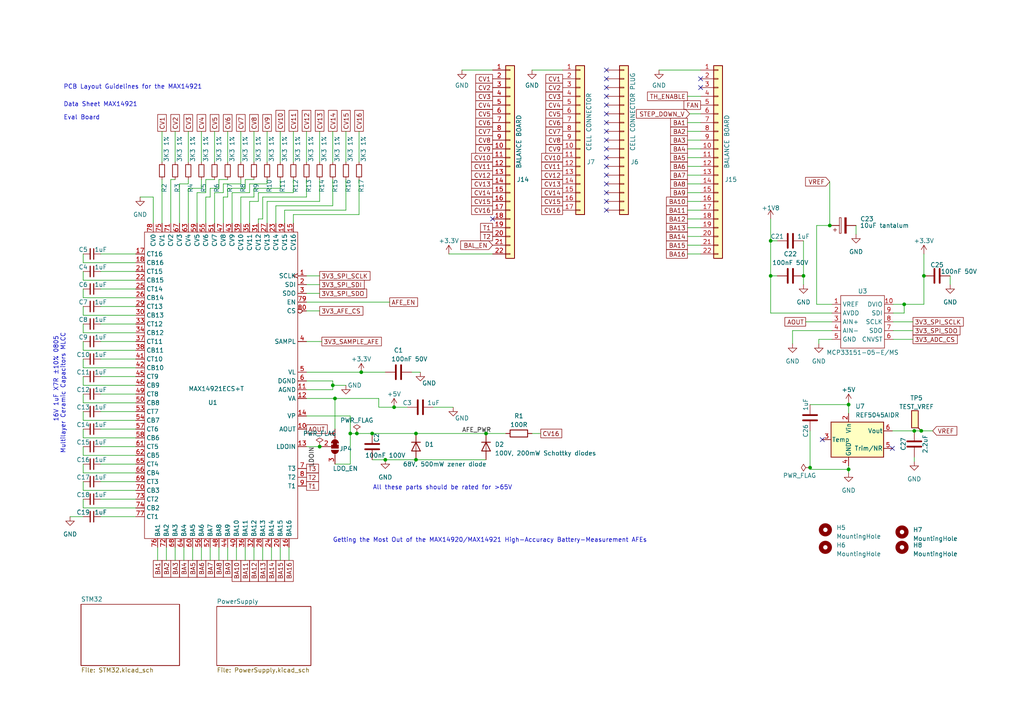
<source format=kicad_sch>
(kicad_sch (version 20230121) (generator eeschema)
  (paper "A4")
  (junction (at 104.775 107.95))
  (junction (at 223.52 69.85))
  (junction (at 120.65 133.35))
  (junction (at 240.665 65.405))
  (junction (at 92.71 129.54))
  (junction (at 97.155 115.57))
  (junction (at 267.208 124.968))
  (junction (at 103.505 125.73))
  (junction (at 140.97 125.73))
  (junction (at 267.97 80.01))
  (junction (at 107.95 125.73))
  (junction (at 111.76 133.35))
  (junction (at 246.126 136.144))
  (junction (at 246.126 117.348))
  (junction (at 265.176 124.968))
  (junction (at 234.95 135.636))
  (junction (at 233.045 80.01))
  (junction (at 101.6 125.73))
  (junction (at 262.255 88.265))
  (junction (at 114.3 118.11))
  (junction (at 223.52 80.01))
  (junction (at 120.65 125.73))
  (junction (at 96.52 111.76))
  (no_connect (at 175.895 30.48))
  (no_connect (at 203.2 25.4))
  (no_connect (at 175.895 33.02))
  (no_connect (at 175.895 50.8))
  (no_connect (at 175.895 40.64))
  (no_connect (at 175.895 53.34))
  (no_connect (at 175.895 35.56))
  (no_connect (at 258.826 130.048))
  (no_connect (at 175.895 55.88))
  (no_connect (at 175.895 58.42))
  (no_connect (at 175.895 27.94))
  (no_connect (at 175.895 20.32))
  (no_connect (at 175.895 60.96))
  (no_connect (at 175.895 25.4))
  (no_connect (at 238.506 127.508))
  (no_connect (at 175.895 22.86))
  (no_connect (at 142.875 63.5))
  (no_connect (at 203.2 22.86))
  (no_connect (at 175.895 48.26))
  (no_connect (at 175.895 45.72))
  (no_connect (at 175.895 38.1))
  (no_connect (at 175.895 43.18))
  (wire (pts (xy 223.52 90.805) (xy 241.3 90.805)))
  (wire (pts (xy 88.9 107.95) (xy 104.775 107.95)))
  (wire (pts (xy 76.2 158.75) (xy 76.2 162.56)))
  (wire (pts (xy 48.26 158.75) (xy 48.26 162.56)))
  (wire (pts (xy 24.13 144.78) (xy 24.13 147.32)))
  (wire (pts (xy 265.176 132.588) (xy 265.176 133.858)))
  (wire (pts (xy 267.97 73.66) (xy 267.97 80.01)))
  (wire (pts (xy 29.21 73.66) (xy 39.37 73.66)))
  (wire (pts (xy 203.2 40.64) (xy 199.39 40.64)))
  (wire (pts (xy 29.21 93.98) (xy 39.37 93.98)))
  (wire (pts (xy 64.77 57.15) (xy 66.04 57.15)))
  (wire (pts (xy 66.04 54.61) (xy 71.12 54.61)))
  (wire (pts (xy 200.025 33.02) (xy 203.2 33.02)))
  (wire (pts (xy 203.2 73.66) (xy 199.39 73.66)))
  (wire (pts (xy 74.93 64.77) (xy 74.93 63.5)))
  (wire (pts (xy 241.3 98.425) (xy 237.49 98.425)))
  (wire (pts (xy 203.2 55.88) (xy 199.39 55.88)))
  (wire (pts (xy 24.13 114.3) (xy 24.13 116.84)))
  (wire (pts (xy 259.08 93.345) (xy 264.795 93.345)))
  (wire (pts (xy 203.2 63.5) (xy 199.39 63.5)))
  (wire (pts (xy 77.47 58.42) (xy 77.47 64.77)))
  (wire (pts (xy 237.49 98.425) (xy 237.49 99.695)))
  (wire (pts (xy 24.13 106.68) (xy 39.37 106.68)))
  (wire (pts (xy 29.21 139.7) (xy 39.37 139.7)))
  (wire (pts (xy 262.255 88.265) (xy 267.97 88.265)))
  (wire (pts (xy 234.95 135.636) (xy 234.95 124.968)))
  (wire (pts (xy 100.33 52.07) (xy 100.33 60.96)))
  (wire (pts (xy 154.305 125.73) (xy 156.845 125.73)))
  (wire (pts (xy 88.9 82.55) (xy 92.71 82.55)))
  (wire (pts (xy 24.13 99.06) (xy 24.13 101.6)))
  (wire (pts (xy 24.13 76.2) (xy 24.13 73.66)))
  (wire (pts (xy 83.82 158.75) (xy 83.82 162.56)))
  (wire (pts (xy 64.77 55.88) (xy 64.77 53.34)))
  (wire (pts (xy 49.53 52.07) (xy 50.8 52.07)))
  (wire (pts (xy 73.66 54.61) (xy 81.28 54.61)))
  (wire (pts (xy 74.93 63.5) (xy 76.2 63.5)))
  (wire (pts (xy 140.97 125.73) (xy 146.685 125.73)))
  (wire (pts (xy 246.126 116.84) (xy 246.126 117.348)))
  (wire (pts (xy 76.2 57.15) (xy 76.2 63.5)))
  (wire (pts (xy 246.126 136.144) (xy 246.126 137.16)))
  (wire (pts (xy 203.2 43.18) (xy 199.39 43.18)))
  (wire (pts (xy 66.04 158.75) (xy 66.04 162.56)))
  (wire (pts (xy 203.2 38.1) (xy 199.39 38.1)))
  (wire (pts (xy 80.01 59.69) (xy 96.52 59.69)))
  (wire (pts (xy 246.126 117.348) (xy 246.126 119.888)))
  (wire (pts (xy 24.13 96.52) (xy 24.13 93.98)))
  (wire (pts (xy 29.21 78.74) (xy 39.37 78.74)))
  (wire (pts (xy 133.985 20.32) (xy 142.875 20.32)))
  (wire (pts (xy 60.96 57.15) (xy 59.69 57.15)))
  (wire (pts (xy 20.32 149.86) (xy 24.13 149.86)))
  (wire (pts (xy 54.61 38.1) (xy 54.61 46.99)))
  (wire (pts (xy 88.9 80.01) (xy 92.71 80.01)))
  (wire (pts (xy 203.2 45.72) (xy 199.39 45.72)))
  (wire (pts (xy 64.77 57.15) (xy 64.77 64.77)))
  (wire (pts (xy 85.09 64.77) (xy 85.09 62.23)))
  (wire (pts (xy 114.3 118.11) (xy 118.11 118.11)))
  (wire (pts (xy 24.13 124.46) (xy 24.13 127)))
  (wire (pts (xy 236.855 88.265) (xy 236.855 65.405)))
  (wire (pts (xy 24.13 119.38) (xy 24.13 121.92)))
  (wire (pts (xy 64.77 53.34) (xy 69.85 53.34)))
  (wire (pts (xy 275.59 80.01) (xy 275.59 82.55)))
  (wire (pts (xy 57.15 55.88) (xy 57.15 64.77)))
  (wire (pts (xy 88.9 129.54) (xy 92.71 129.54)))
  (wire (pts (xy 29.21 88.9) (xy 39.37 88.9)))
  (wire (pts (xy 203.2 50.8) (xy 199.39 50.8)))
  (wire (pts (xy 74.93 55.88) (xy 85.09 55.88)))
  (wire (pts (xy 120.65 133.35) (xy 140.97 133.35)))
  (wire (pts (xy 73.66 57.15) (xy 73.66 54.61)))
  (wire (pts (xy 62.23 55.88) (xy 64.77 55.88)))
  (wire (pts (xy 203.2 58.42) (xy 199.39 58.42)))
  (wire (pts (xy 88.9 110.49) (xy 96.52 110.49)))
  (wire (pts (xy 72.39 58.42) (xy 72.39 64.77)))
  (wire (pts (xy 199.39 27.94) (xy 203.2 27.94)))
  (wire (pts (xy 107.95 133.35) (xy 111.76 133.35)))
  (wire (pts (xy 45.72 158.75) (xy 45.72 162.56)))
  (wire (pts (xy 267.208 124.968) (xy 270.51 124.968)))
  (wire (pts (xy 24.13 101.6) (xy 39.37 101.6)))
  (wire (pts (xy 50.8 38.1) (xy 50.8 46.99)))
  (wire (pts (xy 29.21 109.22) (xy 39.37 109.22)))
  (wire (pts (xy 203.2 66.04) (xy 199.39 66.04)))
  (wire (pts (xy 130.175 73.66) (xy 142.875 73.66)))
  (wire (pts (xy 100.33 60.96) (xy 82.55 60.96)))
  (wire (pts (xy 63.5 158.75) (xy 63.5 162.56)))
  (wire (pts (xy 78.74 158.75) (xy 78.74 162.56)))
  (wire (pts (xy 246.126 135.128) (xy 246.126 136.144)))
  (wire (pts (xy 62.23 55.88) (xy 62.23 64.77)))
  (wire (pts (xy 248.285 65.405) (xy 248.285 67.945)))
  (wire (pts (xy 63.5 54.61) (xy 60.96 54.61)))
  (wire (pts (xy 88.9 115.57) (xy 97.155 115.57)))
  (wire (pts (xy 24.13 134.62) (xy 24.13 137.16)))
  (wire (pts (xy 223.52 69.85) (xy 223.52 80.01)))
  (wire (pts (xy 46.99 38.1) (xy 46.99 46.99)))
  (wire (pts (xy 233.045 80.01) (xy 233.045 82.55)))
  (wire (pts (xy 71.12 54.61) (xy 71.12 52.07)))
  (wire (pts (xy 24.13 137.16) (xy 39.37 137.16)))
  (wire (pts (xy 50.8 158.75) (xy 50.8 162.56)))
  (wire (pts (xy 265.176 124.968) (xy 267.208 124.968)))
  (wire (pts (xy 119.38 107.95) (xy 121.92 107.95)))
  (wire (pts (xy 71.12 158.75) (xy 71.12 162.56)))
  (wire (pts (xy 80.01 64.77) (xy 80.01 59.69)))
  (wire (pts (xy 77.47 58.42) (xy 92.71 58.42)))
  (wire (pts (xy 73.66 158.75) (xy 73.66 162.56)))
  (wire (pts (xy 246.126 136.144) (xy 234.95 136.144)))
  (wire (pts (xy 203.2 53.34) (xy 199.39 53.34)))
  (wire (pts (xy 24.13 121.92) (xy 39.37 121.92)))
  (wire (pts (xy 29.21 134.62) (xy 39.37 134.62)))
  (wire (pts (xy 55.88 158.75) (xy 55.88 162.56)))
  (wire (pts (xy 262.255 88.265) (xy 262.255 90.805)))
  (wire (pts (xy 259.08 88.265) (xy 262.255 88.265)))
  (wire (pts (xy 259.08 95.885) (xy 264.795 95.885)))
  (wire (pts (xy 24.13 109.22) (xy 24.13 111.76)))
  (wire (pts (xy 54.61 54.61) (xy 58.42 54.61)))
  (wire (pts (xy 229.87 95.885) (xy 229.87 99.695)))
  (wire (pts (xy 59.69 52.07) (xy 62.23 52.07)))
  (wire (pts (xy 85.09 62.23) (xy 104.14 62.23)))
  (wire (pts (xy 29.21 124.46) (xy 39.37 124.46)))
  (wire (pts (xy 96.52 111.76) (xy 100.33 111.76)))
  (wire (pts (xy 46.99 52.07) (xy 46.99 64.77)))
  (wire (pts (xy 29.21 129.54) (xy 39.37 129.54)))
  (wire (pts (xy 29.21 83.82) (xy 39.37 83.82)))
  (wire (pts (xy 24.13 81.28) (xy 39.37 81.28)))
  (wire (pts (xy 88.9 38.1) (xy 88.9 46.99)))
  (wire (pts (xy 24.13 129.54) (xy 24.13 132.08)))
  (wire (pts (xy 81.28 158.75) (xy 81.28 162.56)))
  (wire (pts (xy 77.47 38.1) (xy 77.47 46.99)))
  (wire (pts (xy 107.95 125.73) (xy 120.65 125.73)))
  (wire (pts (xy 77.47 53.34) (xy 77.47 52.07)))
  (wire (pts (xy 24.13 78.74) (xy 24.13 81.28)))
  (wire (pts (xy 69.85 57.15) (xy 69.85 64.77)))
  (wire (pts (xy 88.9 85.09) (xy 92.71 85.09)))
  (wire (pts (xy 233.68 93.345) (xy 241.3 93.345)))
  (wire (pts (xy 203.2 68.58) (xy 199.39 68.58)))
  (wire (pts (xy 62.23 38.1) (xy 62.23 46.99)))
  (wire (pts (xy 60.96 158.75) (xy 60.96 162.56)))
  (wire (pts (xy 52.07 53.34) (xy 52.07 64.77)))
  (wire (pts (xy 203.2 48.26) (xy 199.39 48.26)))
  (wire (pts (xy 24.13 142.24) (xy 39.37 142.24)))
  (wire (pts (xy 29.21 99.06) (xy 39.37 99.06)))
  (wire (pts (xy 54.61 53.34) (xy 54.61 52.07)))
  (wire (pts (xy 81.28 54.61) (xy 81.28 52.07)))
  (wire (pts (xy 88.9 57.15) (xy 88.9 52.07)))
  (wire (pts (xy 40.64 57.15) (xy 44.45 57.15)))
  (wire (pts (xy 101.6 125.73) (xy 101.6 120.65)))
  (wire (pts (xy 60.96 54.61) (xy 60.96 57.15)))
  (wire (pts (xy 96.52 52.07) (xy 96.52 59.69)))
  (wire (pts (xy 88.9 113.03) (xy 96.52 113.03)))
  (wire (pts (xy 72.39 55.88) (xy 72.39 53.34)))
  (wire (pts (xy 234.95 117.348) (xy 246.126 117.348)))
  (wire (pts (xy 81.28 38.1) (xy 81.28 46.99)))
  (wire (pts (xy 68.58 158.75) (xy 68.58 162.56)))
  (wire (pts (xy 101.6 120.65) (xy 88.9 120.65)))
  (wire (pts (xy 39.37 76.2) (xy 24.13 76.2)))
  (wire (pts (xy 24.13 147.32) (xy 39.37 147.32)))
  (wire (pts (xy 67.31 55.88) (xy 72.39 55.88)))
  (wire (pts (xy 59.69 55.88) (xy 59.69 52.07)))
  (wire (pts (xy 104.14 38.1) (xy 104.14 46.99)))
  (wire (pts (xy 24.13 111.76) (xy 39.37 111.76)))
  (wire (pts (xy 76.2 57.15) (xy 88.9 57.15)))
  (wire (pts (xy 58.42 38.1) (xy 58.42 46.99)))
  (wire (pts (xy 191.135 20.32) (xy 203.2 20.32)))
  (wire (pts (xy 103.505 125.73) (xy 107.95 125.73)))
  (wire (pts (xy 234.95 136.144) (xy 234.95 135.636)))
  (wire (pts (xy 92.71 38.1) (xy 92.71 46.99)))
  (wire (pts (xy 29.21 119.38) (xy 39.37 119.38)))
  (wire (pts (xy 69.85 38.1) (xy 69.85 46.99)))
  (wire (pts (xy 104.775 107.95) (xy 111.76 107.95)))
  (wire (pts (xy 241.3 88.265) (xy 236.855 88.265)))
  (wire (pts (xy 24.13 83.82) (xy 24.13 86.36)))
  (wire (pts (xy 258.826 124.968) (xy 265.176 124.968)))
  (wire (pts (xy 66.04 52.07) (xy 63.5 52.07)))
  (wire (pts (xy 223.52 63.5) (xy 223.52 69.85)))
  (wire (pts (xy 101.6 125.73) (xy 103.505 125.73)))
  (wire (pts (xy 24.13 104.14) (xy 24.13 106.68)))
  (wire (pts (xy 96.52 113.03) (xy 96.52 111.76)))
  (wire (pts (xy 236.855 65.405) (xy 240.665 65.405)))
  (wire (pts (xy 24.13 91.44) (xy 39.37 91.44)))
  (wire (pts (xy 233.045 69.85) (xy 233.045 80.01)))
  (wire (pts (xy 125.73 118.11) (xy 131.445 118.11)))
  (wire (pts (xy 120.65 125.73) (xy 140.97 125.73)))
  (wire (pts (xy 92.71 129.54) (xy 93.345 129.54)))
  (wire (pts (xy 223.52 80.01) (xy 225.425 80.01)))
  (wire (pts (xy 267.97 80.01) (xy 267.97 88.265)))
  (wire (pts (xy 88.9 90.17) (xy 92.71 90.17)))
  (wire (pts (xy 71.12 52.07) (xy 73.66 52.07)))
  (wire (pts (xy 69.85 53.34) (xy 69.85 52.07)))
  (wire (pts (xy 73.66 38.1) (xy 73.66 46.99)))
  (wire (pts (xy 58.42 54.61) (xy 58.42 52.07)))
  (wire (pts (xy 259.08 98.425) (xy 264.795 98.425)))
  (wire (pts (xy 101.6 134.62) (xy 101.6 125.73)))
  (wire (pts (xy 72.39 58.42) (xy 74.93 58.42)))
  (wire (pts (xy 66.04 57.15) (xy 66.04 54.61)))
  (wire (pts (xy 29.21 144.78) (xy 39.37 144.78)))
  (wire (pts (xy 109.855 118.11) (xy 114.3 118.11)))
  (wire (pts (xy 59.69 57.15) (xy 59.69 64.77)))
  (wire (pts (xy 57.15 55.88) (xy 59.69 55.88)))
  (wire (pts (xy 82.55 60.96) (xy 82.55 64.77)))
  (wire (pts (xy 223.52 80.01) (xy 223.52 90.805)))
  (wire (pts (xy 66.04 38.1) (xy 66.04 46.99)))
  (wire (pts (xy 29.21 104.14) (xy 39.37 104.14)))
  (wire (pts (xy 63.5 52.07) (xy 63.5 54.61)))
  (wire (pts (xy 259.08 90.805) (xy 262.255 90.805)))
  (wire (pts (xy 24.13 127) (xy 39.37 127)))
  (wire (pts (xy 54.61 54.61) (xy 54.61 64.77)))
  (wire (pts (xy 58.42 158.75) (xy 58.42 162.56)))
  (wire (pts (xy 104.14 52.07) (xy 104.14 62.23)))
  (wire (pts (xy 69.85 57.15) (xy 73.66 57.15)))
  (wire (pts (xy 203.2 35.56) (xy 199.39 35.56)))
  (wire (pts (xy 72.39 53.34) (xy 77.47 53.34)))
  (wire (pts (xy 53.34 158.75) (xy 53.34 162.56)))
  (wire (pts (xy 154.305 20.32) (xy 163.195 20.32)))
  (wire (pts (xy 97.155 134.62) (xy 101.6 134.62)))
  (wire (pts (xy 240.665 52.705) (xy 240.665 65.405)))
  (wire (pts (xy 24.13 116.84) (xy 39.37 116.84)))
  (wire (pts (xy 49.53 52.07) (xy 49.53 64.77)))
  (wire (pts (xy 223.52 69.85) (xy 225.425 69.85)))
  (wire (pts (xy 85.09 55.88) (xy 85.09 52.07)))
  (wire (pts (xy 24.13 132.08) (xy 39.37 132.08)))
  (wire (pts (xy 109.855 115.57) (xy 109.855 118.11)))
  (wire (pts (xy 67.31 55.88) (xy 67.31 64.77)))
  (wire (pts (xy 29.21 114.3) (xy 39.37 114.3)))
  (wire (pts (xy 96.52 38.1) (xy 96.52 46.99)))
  (wire (pts (xy 203.2 71.12) (xy 199.39 71.12)))
  (wire (pts (xy 97.155 115.57) (xy 97.155 124.46)))
  (wire (pts (xy 39.37 96.52) (xy 24.13 96.52)))
  (wire (pts (xy 97.155 115.57) (xy 109.855 115.57)))
  (wire (pts (xy 85.09 38.1) (xy 85.09 46.99)))
  (wire (pts (xy 24.13 86.36) (xy 39.37 86.36)))
  (wire (pts (xy 241.3 95.885) (xy 229.87 95.885)))
  (wire (pts (xy 111.76 133.35) (xy 120.65 133.35)))
  (wire (pts (xy 52.07 53.34) (xy 54.61 53.34)))
  (wire (pts (xy 100.33 38.1) (xy 100.33 46.99)))
  (wire (pts (xy 88.9 99.06) (xy 93.345 99.06)))
  (wire (pts (xy 29.21 149.86) (xy 39.37 149.86)))
  (wire (pts (xy 92.71 58.42) (xy 92.71 52.07)))
  (wire (pts (xy 96.52 111.76) (xy 96.52 110.49)))
  (wire (pts (xy 88.9 87.63) (xy 113.03 87.63)))
  (wire (pts (xy 24.13 88.9) (xy 24.13 91.44)))
  (wire (pts (xy 203.2 60.96) (xy 199.39 60.96)))
  (wire (pts (xy 24.13 139.7) (xy 24.13 142.24)))
  (wire (pts (xy 74.93 58.42) (xy 74.93 55.88)))
  (wire (pts (xy 44.45 57.15) (xy 44.45 64.77)))
  (text "All these parts should be rated for >65V" (at 148.59 142.24 0) (effects (font (size 1.27 1.27)) (justify right bottom)))
  (text "Getting the Most Out of the MAX14920/MAX14921 High-Accuracy Battery-Measurement AFEs" (at 96.52 157.48 0) (effects (font (size 1.27 1.27)) (justify left bottom)))
  (text "Eval Board" (at 18.415 34.925 0) (effects (font (size 1.27 1.27)) (justify left bottom)))
  (text "16V 1uF X7R ±10% 0805 \nMultilayer Ceramic Capacitors MLCC\n" (at 19.05 96.52 90) (effects (font (size 1.27 1.27)) (justify right bottom)))
  (text "Data Sheet MAX14921" (at 18.415 31.115 0) (effects (font (size 1.27 1.27)) (justify left bottom)))
  (text "PCB Layout Guidelines for the MAX14921" (at 18.415 26.035 0) (effects (font (size 1.27 1.27)) (justify left bottom)))
  (label "AFE_PWR" (at 133.985 125.73 0))
  (label "LDOIN" (at 91.44 129.54 270))
  (global_label "3V3_SPI_SDI" (shape passive) (at 92.71 82.55 0) (property "Intersheetrefs" "${INTERSHEET_REFS}" (effects hide)))
  (global_label "BA13" (shape passive) (at 199.39 66.04 180) (property "Intersheetrefs" "${INTERSHEET_REFS}" (effects hide)))
  (global_label "CV1" (shape passive) (at 46.99 38.1 90) (property "Intersheetrefs" "${INTERSHEET_REFS}" (effects hide)))
  (global_label "BA13" (shape passive) (at 76.2 162.56 270) (property "Intersheetrefs" "${INTERSHEET_REFS}" (effects hide)))
  (global_label "BA10" (shape passive) (at 68.58 162.56 270) (property "Intersheetrefs" "${INTERSHEET_REFS}" (effects hide)))
  (global_label "CV5" (shape passive) (at 62.23 38.1 90) (property "Intersheetrefs" "${INTERSHEET_REFS}" (effects hide)))
  (global_label "T2" (shape passive) (at 142.875 68.58 180) (property "Intersheetrefs" "${INTERSHEET_REFS}" (effects hide)))
  (global_label "CV4" (shape passive) (at 163.195 30.48 180) (property "Intersheetrefs" "${INTERSHEET_REFS}" (effects hide)))
  (global_label "3V3_SPI_SCLK" (shape passive) (at 264.795 93.345 0) (property "Intersheetrefs" "${INTERSHEET_REFS}" (effects hide)))
  (global_label "BA8" (shape passive) (at 63.5 162.56 270) (property "Intersheetrefs" "${INTERSHEET_REFS}" (effects hide)))
  (global_label "CV2" (shape passive) (at 142.875 25.4 180) (property "Intersheetrefs" "${INTERSHEET_REFS}" (effects hide)))
  (global_label "CV7" (shape passive) (at 69.85 38.1 90) (property "Intersheetrefs" "${INTERSHEET_REFS}" (effects hide)))
  (global_label "CV11" (shape passive) (at 142.875 48.26 180) (property "Intersheetrefs" "${INTERSHEET_REFS}" (effects hide)))
  (global_label "BA9" (shape passive) (at 66.04 162.56 270) (property "Intersheetrefs" "${INTERSHEET_REFS}" (effects hide)))
  (global_label "CV2" (shape passive) (at 163.195 25.4 180) (property "Intersheetrefs" "${INTERSHEET_REFS}" (effects hide)))
  (global_label "BA14" (shape passive) (at 199.39 68.58 180) (property "Intersheetrefs" "${INTERSHEET_REFS}" (effects hide)))
  (global_label "BA15" (shape passive) (at 81.28 162.56 270) (property "Intersheetrefs" "${INTERSHEET_REFS}" (effects hide)))
  (global_label "CV9" (shape passive) (at 77.47 38.1 90) (property "Intersheetrefs" "${INTERSHEET_REFS}" (effects hide)))
  (global_label "CV15" (shape passive) (at 163.195 58.42 180) (property "Intersheetrefs" "${INTERSHEET_REFS}" (effects hide)))
  (global_label "TH_ENABLE" (shape passive) (at 199.39 27.94 180) (property "Intersheetrefs" "${INTERSHEET_REFS}" (effects hide)))
  (global_label "CV7" (shape passive) (at 142.875 38.1 180) (property "Intersheetrefs" "${INTERSHEET_REFS}" (effects hide)))
  (global_label "CV10" (shape passive) (at 81.28 38.1 90) (property "Intersheetrefs" "${INTERSHEET_REFS}" (effects hide)))
  (global_label "BA12" (shape passive) (at 73.66 162.56 270) (property "Intersheetrefs" "${INTERSHEET_REFS}" (effects hide)))
  (global_label "AFE_EN" (shape passive) (at 113.03 87.63 0) (property "Intersheetrefs" "${INTERSHEET_REFS}" (effects hide)))
  (global_label "T1" (shape passive) (at 88.9 140.97 0) (property "Intersheetrefs" "${INTERSHEET_REFS}" (effects hide)))
  (global_label "CV12" (shape passive) (at 163.195 50.8 180) (property "Intersheetrefs" "${INTERSHEET_REFS}" (effects hide)))
  (global_label "BA1" (shape passive) (at 45.72 162.56 270) (property "Intersheetrefs" "${INTERSHEET_REFS}" (effects hide)))
  (global_label "CV10" (shape passive) (at 163.195 45.72 180) (property "Intersheetrefs" "${INTERSHEET_REFS}" (effects hide)))
  (global_label "3V3_AFE_CS" (shape passive) (at 92.71 90.17 0) (property "Intersheetrefs" "${INTERSHEET_REFS}" (effects hide)))
  (global_label "CV5" (shape passive) (at 142.875 33.02 180) (property "Intersheetrefs" "${INTERSHEET_REFS}" (effects hide)))
  (global_label "VREF" (shape input) (at 270.51 124.968 0) (property "Intersheetrefs" "${INTERSHEET_REFS}" (effects hide)))
  (global_label "CV6" (shape passive) (at 142.875 35.56 180) (property "Intersheetrefs" "${INTERSHEET_REFS}" (effects hide)))
  (global_label "CV3" (shape passive) (at 163.195 27.94 180) (property "Intersheetrefs" "${INTERSHEET_REFS}" (effects hide)))
  (global_label "CV6" (shape passive) (at 163.195 35.56 180) (property "Intersheetrefs" "${INTERSHEET_REFS}" (effects hide)))
  (global_label "BA16" (shape passive) (at 83.82 162.56 270) (property "Intersheetrefs" "${INTERSHEET_REFS}" (effects hide)))
  (global_label "CV11" (shape passive) (at 163.195 48.26 180) (property "Intersheetrefs" "${INTERSHEET_REFS}" (effects hide)))
  (global_label "BA9" (shape passive) (at 199.39 55.88 180) (property "Intersheetrefs" "${INTERSHEET_REFS}" (effects hide)))
  (global_label "BA12" (shape passive) (at 199.39 63.5 180) (property "Intersheetrefs" "${INTERSHEET_REFS}" (effects hide)))
  (global_label "BA5" (shape passive) (at 55.88 162.56 270) (property "Intersheetrefs" "${INTERSHEET_REFS}" (effects hide)))
  (global_label "T3" (shape passive) (at 88.9 135.89 0) (property "Intersheetrefs" "${INTERSHEET_REFS}" (effects hide)))
  (global_label "CV13" (shape passive) (at 163.195 53.34 180) (property "Intersheetrefs" "${INTERSHEET_REFS}" (effects hide)))
  (global_label "CV16" (shape passive) (at 163.195 60.96 180) (property "Intersheetrefs" "${INTERSHEET_REFS}" (effects hide)))
  (global_label "CV4" (shape passive) (at 58.42 38.1 90) (property "Intersheetrefs" "${INTERSHEET_REFS}" (effects hide)))
  (global_label "BA4" (shape passive) (at 53.34 162.56 270) (property "Intersheetrefs" "${INTERSHEET_REFS}" (effects hide)))
  (global_label "CV16" (shape passive) (at 104.14 38.1 90) (property "Intersheetrefs" "${INTERSHEET_REFS}" (effects hide)))
  (global_label "3V3_SPI_SDO" (shape passive) (at 264.795 95.885 0) (property "Intersheetrefs" "${INTERSHEET_REFS}" (effects hide)))
  (global_label "CV8" (shape passive) (at 163.195 40.64 180) (property "Intersheetrefs" "${INTERSHEET_REFS}" (effects hide)))
  (global_label "STEP_DOWN_V" (shape input) (at 200.025 33.02 180) (property "Intersheetrefs" "${INTERSHEET_REFS}" (effects hide)))
  (global_label "CV13" (shape passive) (at 142.875 53.34 180) (property "Intersheetrefs" "${INTERSHEET_REFS}" (effects hide)))
  (global_label "BA6" (shape passive) (at 199.39 48.26 180) (property "Intersheetrefs" "${INTERSHEET_REFS}" (effects hide)))
  (global_label "AOUT" (shape passive) (at 88.9 124.46 0) (property "Intersheetrefs" "${INTERSHEET_REFS}" (effects hide)))
  (global_label "CV1" (shape passive) (at 163.195 22.86 180) (property "Intersheetrefs" "${INTERSHEET_REFS}" (effects hide)))
  (global_label "3V3_SAMPLE_AFE" (shape passive) (at 93.345 99.06 0) (property "Intersheetrefs" "${INTERSHEET_REFS}" (effects hide)))
  (global_label "CV15" (shape passive) (at 100.33 38.1 90) (property "Intersheetrefs" "${INTERSHEET_REFS}" (effects hide)))
  (global_label "BA7" (shape passive) (at 199.39 50.8 180) (property "Intersheetrefs" "${INTERSHEET_REFS}" (effects hide)))
  (global_label "CV4" (shape passive) (at 142.875 30.48 180) (property "Intersheetrefs" "${INTERSHEET_REFS}" (effects hide)))
  (global_label "CV3" (shape passive) (at 142.875 27.94 180) (property "Intersheetrefs" "${INTERSHEET_REFS}" (effects hide)))
  (global_label "CV12" (shape passive) (at 88.9 38.1 90) (property "Intersheetrefs" "${INTERSHEET_REFS}" (effects hide)))
  (global_label "BA15" (shape passive) (at 199.39 71.12 180) (property "Intersheetrefs" "${INTERSHEET_REFS}" (effects hide)))
  (global_label "CV2" (shape passive) (at 50.8 38.1 90) (property "Intersheetrefs" "${INTERSHEET_REFS}" (effects hide)))
  (global_label "BA14" (shape passive) (at 78.74 162.56 270) (property "Intersheetrefs" "${INTERSHEET_REFS}" (effects hide)))
  (global_label "BA3" (shape passive) (at 199.39 40.64 180) (property "Intersheetrefs" "${INTERSHEET_REFS}" (effects hide)))
  (global_label "CV12" (shape passive) (at 142.875 50.8 180) (property "Intersheetrefs" "${INTERSHEET_REFS}" (effects hide)))
  (global_label "VREF" (shape input) (at 240.665 52.705 180) (property "Intersheetrefs" "${INTERSHEET_REFS}" (effects hide)))
  (global_label "BA11" (shape passive) (at 71.12 162.56 270) (property "Intersheetrefs" "${INTERSHEET_REFS}" (effects hide)))
  (global_label "T1" (shape passive) (at 142.875 66.04 180) (property "Intersheetrefs" "${INTERSHEET_REFS}" (effects hide)))
  (global_label "BA7" (shape passive) (at 60.96 162.56 270) (property "Intersheetrefs" "${INTERSHEET_REFS}" (effects hide)))
  (global_label "3V3_SPI_SCLK" (shape passive) (at 92.71 80.01 0) (property "Intersheetrefs" "${INTERSHEET_REFS}" (effects hide)))
  (global_label "BA4" (shape passive) (at 199.39 43.18 180) (property "Intersheetrefs" "${INTERSHEET_REFS}" (effects hide)))
  (global_label "CV8" (shape passive) (at 142.875 40.64 180) (property "Intersheetrefs" "${INTERSHEET_REFS}" (effects hide)))
  (global_label "CV9" (shape passive) (at 142.875 43.18 180) (property "Intersheetrefs" "${INTERSHEET_REFS}" (effects hide)))
  (global_label "BAL_EN" (shape input) (at 142.875 71.12 180) (property "Intersheetrefs" "${INTERSHEET_REFS}" (effects hide)))
  (global_label "CV16" (shape passive) (at 142.875 60.96 180) (property "Intersheetrefs" "${INTERSHEET_REFS}" (effects hide)))
  (global_label "CV5" (shape passive) (at 163.195 33.02 180) (property "Intersheetrefs" "${INTERSHEET_REFS}" (effects hide)))
  (global_label "CV9" (shape passive) (at 163.195 43.18 180) (property "Intersheetrefs" "${INTERSHEET_REFS}" (effects hide)))
  (global_label "CV14" (shape passive) (at 163.195 55.88 180) (property "Intersheetrefs" "${INTERSHEET_REFS}" (effects hide)))
  (global_label "T2" (shape passive) (at 88.9 138.43 0) (property "Intersheetrefs" "${INTERSHEET_REFS}" (effects hide)))
  (global_label "BA8" (shape passive) (at 199.39 53.34 180) (property "Intersheetrefs" "${INTERSHEET_REFS}" (effects hide)))
  (global_label "CV14" (shape passive) (at 96.52 38.1 90) (property "Intersheetrefs" "${INTERSHEET_REFS}" (effects hide)))
  (global_label "BA5" (shape passive) (at 199.39 45.72 180) (property "Intersheetrefs" "${INTERSHEET_REFS}" (effects hide)))
  (global_label "3V3_SPI_SDO" (shape passive) (at 92.71 85.09 0) (property "Intersheetrefs" "${INTERSHEET_REFS}" (effects hide)))
  (global_label "CV16" (shape passive) (at 156.845 125.73 0) (property "Intersheetrefs" "${INTERSHEET_REFS}" (effects hide)))
  (global_label "CV10" (shape passive) (at 142.875 45.72 180) (property "Intersheetrefs" "${INTERSHEET_REFS}" (effects hide)))
  (global_label "CV13" (shape passive) (at 92.71 38.1 90) (property "Intersheetrefs" "${INTERSHEET_REFS}" (effects hide)))
  (global_label "FAN" (shape passive) (at 203.2 30.48 180) (property "Intersheetrefs" "${INTERSHEET_REFS}" (effects hide)))
  (global_label "BA1" (shape passive) (at 199.39 35.56 180) (property "Intersheetrefs" "${INTERSHEET_REFS}" (effects hide)))
  (global_label "CV6" (shape passive) (at 66.04 38.1 90) (property "Intersheetrefs" "${INTERSHEET_REFS}" (effects hide)))
  (global_label "BA10" (shape passive) (at 199.39 58.42 180) (property "Intersheetrefs" "${INTERSHEET_REFS}" (effects hide)))
  (global_label "CV3" (shape passive) (at 54.61 38.1 90) (property "Intersheetrefs" "${INTERSHEET_REFS}" (effects hide)))
  (global_label "BA3" (shape passive) (at 50.8 162.56 270) (property "Intersheetrefs" "${INTERSHEET_REFS}" (effects hide)))
  (global_label "CV8" (shape passive) (at 73.66 38.1 90) (property "Intersheetrefs" "${INTERSHEET_REFS}" (effects hide)))
  (global_label "CV14" (shape passive) (at 142.875 55.88 180) (property "Intersheetrefs" "${INTERSHEET_REFS}" (effects hide)))
  (global_label "BA11" (shape passive) (at 199.39 60.96 180) (property "Intersheetrefs" "${INTERSHEET_REFS}" (effects hide)))
  (global_label "BA6" (shape passive) (at 58.42 162.56 270) (property "Intersheetrefs" "${INTERSHEET_REFS}" (effects hide)))
  (global_label "3V3_ADC_CS" (shape passive) (at 264.795 98.425 0) (property "Intersheetrefs" "${INTERSHEET_REFS}" (effects hide)))
  (global_label "AOUT" (shape passive) (at 233.68 93.345 180) (property "Intersheetrefs" "${INTERSHEET_REFS}" (effects hide)))
  (global_label "CV11" (shape passive) (at 85.09 38.1 90) (property "Intersheetrefs" "${INTERSHEET_REFS}" (effects hide)))
  (global_label "CV15" (shape passive) (at 142.875 58.42 180) (property "Intersheetrefs" "${INTERSHEET_REFS}" (effects hide)))
  (global_label "CV7" (shape passive) (at 163.195 38.1 180) (property "Intersheetrefs" "${INTERSHEET_REFS}" (effects hide)))
  (global_label "BA2" (shape passive) (at 48.26 162.56 270) (property "Intersheetrefs" "${INTERSHEET_REFS}" (effects hide)))
  (global_label "BA2" (shape passive) (at 199.39 38.1 180) (property "Intersheetrefs" "${INTERSHEET_REFS}" (effects hide)))
  (global_label "CV1" (shape passive) (at 142.875 22.86 180) (property "Intersheetrefs" "${INTERSHEET_REFS}" (effects hide)))
  (global_label "BA16" (shape passive) (at 199.39 73.66 180) (property "Intersheetrefs" "${INTERSHEET_REFS}" (effects hide)))
  (symbol (lib_id "Device:C_Small") (at 26.67 73.66 270) (unit 1)
    (property "Reference" "C5" (at 24.13 72.39 90))
    (property "Value" "1uF" (at 29.21 72.39 90))
    (property "Footprint" "Capacitor_SMD:C_0805_2012Metric" (effects hide))
    (property "PartNumber" "CL21B105KBFNNNE" (effects hide))
    (property "LCSCStockCode" "C28323" (effects hide))
  )
  (symbol (lib_id "Device:R_Small") (at 66.04 49.53 180) (unit 1)
    (property "Reference" "R7" (at 66.675 55.88 90) (effects (justify right)))
    (property "Value" "3K3 1%" (at 67.31 46.99 90) (effects (justify right)))
    (property "Footprint" "Resistor_SMD:R_0603_1608Metric" (effects hide))
    (property "PartNumber" "0603WAF3301T5E" (effects hide))
    (property "LCSCStockCode" "C22978" (effects hide))
  )
  (symbol (lib_id "Device:R_Small") (at 100.33 49.53 180) (unit 1)
    (property "Reference" "R16" (at 100.965 55.88 90) (effects (justify right)))
    (property "Value" "3K3 1%" (at 101.6 46.99 90) (effects (justify right)))
    (property "Footprint" "Resistor_SMD:R_0603_1608Metric" (effects hide))
    (property "PartNumber" "0603WAF3301T5E" (effects hide))
    (property "LCSCStockCode" "C22978" (effects hide))
  )
  (symbol (lib_id "Device:R_Small") (at 88.9 49.53 180) (unit 1)
    (property "Reference" "R13" (at 89.535 55.88 90) (effects (justify right)))
    (property "Value" "3K3 1%" (at 90.17 46.99 90) (effects (justify right)))
    (property "Footprint" "Resistor_SMD:R_0603_1608Metric" (effects hide))
    (property "PartNumber" "0603WAF3301T5E" (effects hide))
    (property "LCSCStockCode" "C22978" (effects hide))
  )
  (symbol (lib_id "power:PWR_FLAG") (at 103.505 125.73 0) (unit 1)
    (property "Reference" "#FLG04" (effects hide))
    (property "Value" "PWR_FLAG" (at 103.505 121.92 0))
  )
  (symbol (lib_id "Device:C_Small") (at 26.67 139.7 270) (unit 1)
    (property "Reference" "C17" (at 24.13 138.43 90))
    (property "Value" "1uF" (at 29.21 138.43 90))
    (property "Footprint" "Capacitor_SMD:C_0805_2012Metric" (effects hide))
    (property "PartNumber" "CL21B105KBFNNNE" (effects hide))
    (property "LCSCStockCode" "C28323" (effects hide))
  )
  (symbol (lib_id "Device:C") (at 115.57 107.95 90) (unit 1)
    (property "Reference" "C1" (at 115.57 101.6 90))
    (property "Value" "100nF 50V" (at 118.745 104.14 90))
    (property "Footprint" "Capacitor_SMD:C_0603_1608Metric" (effects hide))
    (property "PartNumber" "CC0603KRX7R9BB104" (effects hide))
    (property "LCSCStockCode" "C14663" (effects hide))
  )
  (symbol (lib_id "Device:C") (at 107.95 129.54 0) (unit 1)
    (property "Reference" "C2" (at 109.22 127 90))
    (property "Value" "100nF 100V" (at 111.76 132.08 0))
    (property "Footprint" "Capacitor_SMD:C_0805_2012Metric" (effects hide))
    (property "PartNumber" "CL21B104KCFNNNE" (effects hide))
    (property "LCSCStockCode" "C28233" (effects hide))
  )
  (symbol (lib_id "Device:R_Small") (at 69.85 49.53 180) (unit 1)
    (property "Reference" "R8" (at 70.485 55.88 90) (effects (justify right)))
    (property "Value" "3K3 1%" (at 71.12 46.99 90) (effects (justify right)))
    (property "Footprint" "Resistor_SMD:R_0603_1608Metric" (effects hide))
    (property "PartNumber" "0603WAF3301T5E" (effects hide))
    (property "LCSCStockCode" "C22978" (effects hide))
  )
  (symbol (lib_id "Jumper:SolderJumper_3_Bridged12") (at 97.155 129.54 270) (unit 1)
    (property "Reference" "JP4" (at 98.425 130.175 90) (effects (justify left)))
    (property "Value" "LDO_EN" (at 96.52 135.89 90) (effects (justify left)))
    (property "Footprint" "Jumper:SolderJumper-3_P1.3mm_Bridged12_RoundedPad1.0x1.5mm_NumberLabels" (effects hide))
  )
  (symbol (lib_id "Connector_Generic:Conn_01x17") (at 168.275 40.64 0) (unit 1)
    (property "Reference" "J7" (at 170.18 46.99 0) (effects (justify left)))
    (property "Value" "CELL CONNECTOR" (at 170.815 43.815 90) (effects (justify left)))
    (property "Footprint" "Ningbo Kangnex Elec:WJ15EDGRC-3.81-17P" (effects hide))
    (property "PartNumber" "WJ15EDGRC-3.81-17P" (effects hide))
    (property "LCSCStockCode" "C489980" (effects hide))
  )
  (symbol (lib_id "power:PWR_FLAG") (at 92.71 129.54 0) (unit 1)
    (property "Reference" "#FLG02" (effects hide))
    (property "Value" "PWR_FLAG" (at 92.71 125.73 0))
  )
  (symbol (lib_id "power:+3.3V") (at 104.775 107.95 0) (unit 1)
    (property "Reference" "#PWR038" (effects hide))
    (property "Value" "+3.3V" (at 104.775 104.14 0))
  )
  (symbol (lib_id "Device:C_Small") (at 26.67 114.3 270) (unit 1)
    (property "Reference" "C12" (at 24.13 113.03 90))
    (property "Value" "1uF" (at 29.21 113.03 90))
    (property "Footprint" "Capacitor_SMD:C_0805_2012Metric" (effects hide))
    (property "PartNumber" "CL21B105KBFNNNE" (effects hide))
    (property "LCSCStockCode" "C28323" (effects hide))
  )
  (symbol (lib_id "Device:R_Small") (at 54.61 49.53 180) (unit 1)
    (property "Reference" "R4" (at 55.245 55.88 90) (effects (justify right)))
    (property "Value" "3K3 1%" (at 55.88 46.99 90) (effects (justify right)))
    (property "Footprint" "Resistor_SMD:R_0603_1608Metric" (effects hide))
    (property "PartNumber" "0603WAF3301T5E" (effects hide))
    (property "LCSCStockCode" "C22978" (effects hide))
  )
  (symbol (lib_id "Device:C") (at 271.78 80.01 90) (unit 1)
    (property "Reference" "C25" (at 271.78 76.835 90))
    (property "Value" "100nF 50V" (at 278.13 78.74 90))
    (property "Footprint" "Capacitor_SMD:C_0603_1608Metric" (effects hide))
    (property "PartNumber" "CC0603KRX7R9BB104" (effects hide))
    (property "LCSCStockCode" "C14663" (effects hide))
  )
  (symbol (lib_id "Device:R_Small") (at 104.14 49.53 180) (unit 1)
    (property "Reference" "R17" (at 104.775 55.88 90) (effects (justify right)))
    (property "Value" "3K3 1%" (at 105.41 46.99 90) (effects (justify right)))
    (property "Footprint" "Resistor_SMD:R_0603_1608Metric" (effects hide))
    (property "PartNumber" "0603WAF3301T5E" (effects hide))
    (property "LCSCStockCode" "C22978" (effects hide))
  )
  (symbol (lib_id "Device:C_Small") (at 26.67 88.9 270) (unit 1)
    (property "Reference" "C7" (at 24.13 87.63 90))
    (property "Value" "1uF" (at 29.21 87.63 90))
    (property "Footprint" "Capacitor_SMD:C_0805_2012Metric" (effects hide))
    (property "PartNumber" "CL21B105KBFNNNE" (effects hide))
    (property "LCSCStockCode" "C28323" (effects hide))
  )
  (symbol (lib_id "Device:C") (at 121.92 118.11 90) (unit 1)
    (property "Reference" "C3" (at 118.11 116.84 90))
    (property "Value" "1uF" (at 125.73 116.84 90))
    (property "Footprint" "Capacitor_SMD:C_0805_2012Metric" (effects hide))
    (property "PartNumber" "CL21B105KBFNNNE" (effects hide))
    (property "LCSCStockCode" "C28323" (effects hide))
  )
  (symbol (lib_id "Device:C") (at 234.95 121.158 180) (unit 1)
    (property "Reference" "C26" (at 233.68 124.968 90))
    (property "Value" "1uF" (at 233.68 117.348 90))
    (property "Footprint" "Capacitor_SMD:C_0805_2012Metric" (effects hide))
    (property "PartNumber" "CL21B105KBFNNNE" (effects hide))
    (property "LCSCStockCode" "C28323" (effects hide))
  )
  (symbol (lib_name "Conn_01x17_1") (lib_id "Connector_Generic:Conn_01x17") (at 180.975 40.64 0) (unit 1) (on_board no)
    (property "Reference" "J6" (at 182.88 46.99 0) (effects (justify left)))
    (property "Value" "CELL CONNECTOR PLUG" (at 183.515 43.815 90) (effects (justify left)))
    (property "PartNumber" "WJ15EDGK-3.81-17P" (effects hide))
    (property "Sim.Enable" "0" (effects hide))
    (property "LCSCStockCode" "C489973" (effects hide))
  )
  (symbol (lib_id "power:GND") (at 237.49 99.695 0) (unit 1)
    (property "Reference" "#PWR016" (effects hide))
    (property "Value" "GND" (at 237.49 104.775 0))
  )
  (symbol (lib_id "Device:R_Small") (at 73.66 49.53 180) (unit 1)
    (property "Reference" "R9" (at 74.295 55.88 90) (effects (justify right)))
    (property "Value" "3K3 1%" (at 74.93 46.99 90) (effects (justify right)))
    (property "Footprint" "Resistor_SMD:R_0603_1608Metric" (effects hide))
    (property "PartNumber" "0603WAF3301T5E" (effects hide))
    (property "LCSCStockCode" "C22978" (effects hide))
  )
  (symbol (lib_id "power:GND") (at 248.285 67.945 0) (unit 1)
    (property "Reference" "#PWR018" (effects hide))
    (property "Value" "GND" (at 248.285 73.025 0))
  )
  (symbol (lib_id "power:GND") (at 100.33 111.76 0) (unit 1)
    (property "Reference" "#PWR01" (effects hide))
    (property "Value" "GND" (at 102.87 111.76 0))
  )
  (symbol (lib_id "power:GND") (at 111.76 133.35 0) (unit 1)
    (property "Reference" "#PWR06" (effects hide))
    (property "Value" "GND" (at 111.76 138.43 0))
  )
  (symbol (lib_id "power:GND") (at 131.445 118.11 0) (unit 1)
    (property "Reference" "#PWR05" (effects hide))
    (property "Value" "GND" (at 133.985 121.285 0))
  )
  (symbol (lib_id "power:GND") (at 265.176 133.858 0) (unit 1)
    (property "Reference" "#PWR041" (effects hide))
    (property "Value" "GND" (at 265.176 138.938 0))
  )
  (symbol (lib_id "Device:C_Small") (at 26.67 83.82 270) (unit 1)
    (property "Reference" "C6" (at 24.13 82.55 90))
    (property "Value" "1uF" (at 29.21 82.55 90))
    (property "Footprint" "Capacitor_SMD:C_0805_2012Metric" (effects hide))
    (property "PartNumber" "CL21B105KBFNNNE" (effects hide))
    (property "LCSCStockCode" "C28323" (effects hide))
  )
  (symbol (lib_id "Device:C_Small") (at 26.67 119.38 270) (unit 1)
    (property "Reference" "C13" (at 24.13 118.11 90))
    (property "Value" "1uF" (at 29.21 118.11 90))
    (property "Footprint" "Capacitor_SMD:C_0805_2012Metric" (effects hide))
    (property "PartNumber" "CL21B105KBFNNNE" (effects hide))
    (property "LCSCStockCode" "C28323" (effects hide))
  )
  (symbol (lib_id "Mechanical:MountingHole") (at 261.62 158.75 0) (unit 1)
    (property "Reference" "H8" (at 264.795 158.115 0) (effects (justify left)))
    (property "Value" "MountingHole" (at 264.795 160.655 0) (effects (justify left)))
    (property "Footprint" "MountingHole:MountingHole_3.2mm_M3_ISO7380" (effects hide))
  )
  (symbol (lib_id "Device:C_Small") (at 26.67 78.74 270) (unit 1)
    (property "Reference" "C4" (at 24.13 77.47 90))
    (property "Value" "1uF" (at 29.21 77.47 90))
    (property "Footprint" "Capacitor_SMD:C_0805_2012Metric" (effects hide))
    (property "PartNumber" "CL21B105KBFNNNE" (effects hide))
    (property "LCSCStockCode" "C28323" (effects hide))
  )
  (symbol (lib_id "Device:R_Small") (at 77.47 49.53 180) (unit 1)
    (property "Reference" "R10" (at 78.105 55.88 90) (effects (justify right)))
    (property "Value" "3K3 1%" (at 78.74 46.99 90) (effects (justify right)))
    (property "Footprint" "Resistor_SMD:R_0603_1608Metric" (effects hide))
    (property "PartNumber" "0603WAF3301T5E" (effects hide))
    (property "LCSCStockCode" "C22978" (effects hide))
  )
  (symbol (lib_id "Device:C_Small") (at 26.67 129.54 270) (unit 1)
    (property "Reference" "C15" (at 24.13 128.27 90))
    (property "Value" "1uF" (at 29.21 128.27 90))
    (property "Footprint" "Capacitor_SMD:C_0805_2012Metric" (effects hide))
    (property "PartNumber" "CL21B105KBFNNNE" (effects hide))
    (property "LCSCStockCode" "C28323" (effects hide))
  )
  (symbol (lib_id "Device:C_Small") (at 26.67 144.78 270) (unit 1)
    (property "Reference" "C18" (at 24.13 143.51 90))
    (property "Value" "1uF" (at 29.21 143.51 90))
    (property "Footprint" "Capacitor_SMD:C_0805_2012Metric" (effects hide))
    (property "PartNumber" "CL21B105KBFNNNE" (effects hide))
    (property "LCSCStockCode" "C28323" (effects hide))
  )
  (symbol (lib_id "power:GND") (at 191.135 20.32 0) (unit 1)
    (property "Reference" "#PWR045" (effects hide))
    (property "Value" "GND" (at 191.135 24.765 0))
  )
  (symbol (lib_id "power:GND") (at 133.985 20.32 0) (unit 1)
    (property "Reference" "#PWR043" (effects hide))
    (property "Value" "GND" (at 133.985 24.765 0))
  )
  (symbol (lib_id "Device:R_Small") (at 50.8 49.53 180) (unit 1)
    (property "Reference" "R3" (at 51.435 55.88 90) (effects (justify right)))
    (property "Value" "3K3 1%" (at 52.07 46.99 90) (effects (justify right)))
    (property "Footprint" "Resistor_SMD:R_0603_1608Metric" (effects hide))
    (property "PartNumber" "0603WAF3301T5E" (effects hide))
    (property "LCSCStockCode" "C22978" (effects hide))
  )
  (symbol (lib_id "Device:C_Small") (at 26.67 104.14 270) (unit 1)
    (property "Reference" "C10" (at 24.13 102.87 90))
    (property "Value" "1uF" (at 29.21 102.87 90))
    (property "Footprint" "Capacitor_SMD:C_0805_2012Metric" (effects hide))
    (property "PartNumber" "CL21B105KBFNNNE" (effects hide))
    (property "LCSCStockCode" "C28323" (effects hide))
  )
  (symbol (lib_id "Device:R_Small") (at 85.09 49.53 180) (unit 1)
    (property "Reference" "R12" (at 85.725 55.88 90) (effects (justify right)))
    (property "Value" "3K3 1%" (at 86.36 46.99 90) (effects (justify right)))
    (property "Footprint" "Resistor_SMD:R_0603_1608Metric" (effects hide))
    (property "PartNumber" "0603WAF3301T5E" (effects hide))
    (property "LCSCStockCode" "C22978" (effects hide))
  )
  (symbol (lib_id "Connector:TestPoint_Flag") (at 267.208 124.968 90) (unit 1)
    (property "Reference" "TP5" (at 265.811 115.443 90))
    (property "Value" "TEST_VREF" (at 265.811 117.983 90))
    (property "Footprint" "TestPoint:TestPoint_Pad_1.5x1.5mm" (effects hide))
  )
  (symbol (lib_id "Device:R_Small") (at 96.52 49.53 180) (unit 1)
    (property "Reference" "R15" (at 97.155 55.88 90) (effects (justify right)))
    (property "Value" "3K3 1%" (at 97.79 46.99 90) (effects (justify right)))
    (property "Footprint" "Resistor_SMD:R_0603_1608Metric" (effects hide))
    (property "PartNumber" "0603WAF3301T5E" (effects hide))
    (property "LCSCStockCode" "C22978" (effects hide))
  )
  (symbol (lib_id "mcp33151:MCP33151-05-E/MS") (at 250.19 93.345 0) (unit 1)
    (property "Reference" "U3" (at 250.19 84.455 0))
    (property "Value" "MCP33151-05-E/MS" (at 250.19 102.235 0))
    (property "Footprint" "Package_SO:MSOP-10_3x3mm_P0.5mm" (effects hide))
    (property "Datasheet" "https://www.microchip.com/en-us/product/mcp33151-05" (effects hide))
    (property "LCSCStockCode" "C635984" (effects hide))
    (property "PartNumber" "MCP33151-05-E/MS" (effects hide))
  )
  (symbol (lib_id "Device:C_Small") (at 26.67 134.62 270) (unit 1)
    (property "Reference" "C16" (at 24.13 133.35 90))
    (property "Value" "1uF" (at 29.21 133.35 90))
    (property "Footprint" "Capacitor_SMD:C_0805_2012Metric" (effects hide))
    (property "PartNumber" "CL21B105KBFNNNE" (effects hide))
    (property "LCSCStockCode" "C28323" (effects hide))
  )
  (symbol (lib_id "Reference_Voltage:REF5045AD") (at 248.666 127.508 0) (unit 1)
    (property "Reference" "U7" (at 248.0819 117.856 0) (effects (justify left)))
    (property "Value" "REF5045AIDR" (at 248.0819 120.396 0) (effects (justify left)))
    (property "Footprint" "Package_SO:SOIC-8_3.9x4.9mm_P1.27mm" (effects hide))
    (property "Datasheet" "https://www.lcsc.com/product-detail/Voltage-References_Texas-Instruments-REF5045AIDR_C181339.html" (effects hide))
    (property "LCSCStockCode" "C181339" (effects hide))
  )
  (symbol (lib_id "maxim_integrated:MAX14921") (at 62.23 111.76 0) (unit 1)
    (property "Reference" "U1" (at 61.73 116.76 0))
    (property "Value" "MAX14921ECS+T" (at 62.73 112.76 0))
    (property "Footprint" "Package_QFP:TQFP-80_12x12mm_P0.5mm" (effects hide))
    (property "Datasheet" "https://datasheet.lcsc.com/lcsc/2112141130_Maxim-Integrated-MAX14921ECS-T_C143358.pdf" (effects hide))
    (property "PartNumber" "MAX14921ECS+T" (effects hide))
    (property "LCSCStockCode" "C2932577" (effects hide))
  )
  (symbol (lib_id "Device:D") (at 140.97 129.54 270) (unit 1)
    (property "Reference" "D2" (at 143.51 128.905 90) (effects (justify left)))
    (property "Value" "100V, 200mW Schottky diodes" (at 143.51 131.445 90) (effects (justify left)))
    (property "Footprint" "Diode_SMD:D_SOD-123" (effects hide))
    (property "PartNumber" "BAT46W-7-F" (effects hide))
    (property "LCSCStockCode" "C83152" (effects hide))
  )
  (symbol (lib_id "power:GND") (at 20.32 149.86 0) (unit 1)
    (property "Reference" "#PWR07" (effects hide))
    (property "Value" "GND" (at 20.32 154.94 0))
  )
  (symbol (lib_id "Device:C_Small") (at 26.67 99.06 270) (unit 1)
    (property "Reference" "C9" (at 24.13 97.79 90))
    (property "Value" "1uF" (at 29.21 97.79 90))
    (property "Footprint" "Capacitor_SMD:C_0805_2012Metric" (effects hide))
    (property "PartNumber" "CL21B105KBFNNNE" (effects hide))
    (property "LCSCStockCode" "C28323" (effects hide))
  )
  (symbol (lib_id "Device:R") (at 150.495 125.73 90) (unit 1)
    (property "Reference" "R1" (at 150.495 120.65 90))
    (property "Value" "100R" (at 150.495 123.19 90))
    (property "Footprint" "Resistor_SMD:R_0603_1608Metric" (effects hide))
    (property "PartNumber" "0603WAF1000T5E" (effects hide))
    (property "LCSCStockCode" "C22775" (effects hide))
  )
  (symbol (lib_id "Device:R_Small") (at 81.28 49.53 180) (unit 1)
    (property "Reference" "R11" (at 81.915 55.88 90) (effects (justify right)))
    (property "Value" "3K3 1%" (at 82.55 46.99 90) (effects (justify right)))
    (property "Footprint" "Resistor_SMD:R_0603_1608Metric" (effects hide))
    (property "PartNumber" "0603WAF3301T5E" (effects hide))
    (property "LCSCStockCode" "C22978" (effects hide))
  )
  (symbol (lib_id "power:GND") (at 154.305 20.32 0) (unit 1)
    (property "Reference" "#PWR012" (effects hide))
    (property "Value" "GND" (at 154.305 24.765 0))
  )
  (symbol (lib_id "Device:D") (at 120.65 129.54 270) (unit 1)
    (property "Reference" "D1" (at 123.19 128.905 90) (effects (justify left)))
    (property "Value" "68V, 500mW zener diode" (at 116.84 134.62 90) (effects (justify left)))
    (property "Footprint" "Diode_SMD:D_SOD-123" (effects hide))
    (property "PartNumber" "MMSZ5266BT1G" (effects hide))
    (property "LCSCStockCode" "C242416" (effects hide))
  )
  (symbol (lib_id "Mechanical:MountingHole") (at 261.62 154.305 0) (unit 1)
    (property "Reference" "H7" (at 264.795 153.67 0) (effects (justify left)))
    (property "Value" "MountingHole" (at 264.795 156.21 0) (effects (justify left)))
    (property "Footprint" "MountingHole:MountingHole_3.2mm_M3_ISO7380" (effects hide))
  )
  (symbol (lib_id "Device:R_Small") (at 62.23 49.53 180) (unit 1)
    (property "Reference" "R6" (at 62.865 55.88 90) (effects (justify right)))
    (property "Value" "3K3 1%" (at 63.5 46.99 90) (effects (justify right)))
    (property "Footprint" "Resistor_SMD:R_0603_1608Metric" (effects hide))
    (property "PartNumber" "0603WAF3301T5E" (effects hide))
    (property "LCSCStockCode" "C22978" (effects hide))
  )
  (symbol (lib_id "power:+3.3V") (at 267.97 73.66 0) (unit 1)
    (property "Reference" "#PWR024" (effects hide))
    (property "Value" "+3.3V" (at 267.97 69.85 0))
  )
  (symbol (lib_id "Device:C") (at 229.235 80.01 90) (unit 1)
    (property "Reference" "C22" (at 229.235 73.66 90))
    (property "Value" "100nF 50V" (at 229.235 76.2 90))
    (property "Footprint" "Capacitor_SMD:C_0603_1608Metric" (effects hide))
    (property "PartNumber" "CC0603KRX7R9BB104" (effects hide))
    (property "LCSCStockCode" "C14663" (effects hide))
  )
  (symbol (lib_id "Device:R_Small") (at 46.99 49.53 180) (unit 1)
    (property "Reference" "R2" (at 47.625 55.88 90) (effects (justify right)))
    (property "Value" "3K3 1%" (at 48.26 46.99 90) (effects (justify right)))
    (property "Footprint" "Resistor_SMD:R_0603_1608Metric" (effects hide))
    (property "PartNumber" "0603WAF3301T5E" (effects hide))
    (property "LCSCStockCode" "C22978" (effects hide))
  )
  (symbol (lib_id "power:PWR_FLAG") (at 234.95 135.636 90) (unit 1)
    (property "Reference" "#FLG05" (effects hide))
    (property "Value" "PWR_FLAG" (at 231.902 137.922 90))
  )
  (symbol (lib_id "power:+5V") (at 114.3 118.11 0) (unit 1)
    (property "Reference" "#PWR04" (effects hide))
    (property "Value" "+5V" (at 114.3 114.3 0))
  )
  (symbol (lib_id "Device:C_Small") (at 26.67 109.22 270) (unit 1)
    (property "Reference" "C11" (at 24.13 107.95 90))
    (property "Value" "1uF" (at 29.21 107.95 90))
    (property "Footprint" "Capacitor_SMD:C_0805_2012Metric" (effects hide))
    (property "PartNumber" "CL21B105KBFNNNE" (effects hide))
    (property "LCSCStockCode" "C28323" (effects hide))
  )
  (symbol (lib_id "Device:C") (at 229.235 69.85 90) (unit 1)
    (property "Reference" "C21" (at 225.425 68.58 90))
    (property "Value" "1uF" (at 233.045 68.58 90))
    (property "Footprint" "Capacitor_SMD:C_0805_2012Metric" (effects hide))
    (property "PartNumber" "CL21B105KBFNNNE" (effects hide))
    (property "LCSCStockCode" "C28323" (effects hide))
  )
  (symbol (lib_id "Device:C") (at 265.176 128.778 180) (unit 1)
    (property "Reference" "C27" (at 262.001 128.778 90))
    (property "Value" "2.2uF" (at 268.351 128.778 90))
    (property "Footprint" "Capacitor_SMD:C_0603_1608Metric" (effects hide))
    (property "PartNumber" "CL10A225KO8NNNC" (effects hide))
    (property "LCSCStockCode" "C23630" (effects hide))
  )
  (symbol (lib_id "Mechanical:MountingHole") (at 239.395 158.75 0) (unit 1)
    (property "Reference" "H6" (at 242.57 158.115 0) (effects (justify left)))
    (property "Value" "MountingHole" (at 242.57 160.655 0) (effects (justify left)))
    (property "Footprint" "MountingHole:MountingHole_3.2mm_M3_ISO7380" (effects hide))
  )
  (symbol (lib_id "Device:C_Small") (at 26.67 124.46 270) (unit 1)
    (property "Reference" "C14" (at 24.13 123.19 90))
    (property "Value" "1uF" (at 29.21 123.19 90))
    (property "Footprint" "Capacitor_SMD:C_0805_2012Metric" (effects hide))
    (property "PartNumber" "CL21B105KBFNNNE" (effects hide))
    (property "LCSCStockCode" "C28323" (effects hide))
  )
  (symbol (lib_id "Device:R_Small") (at 58.42 49.53 180) (unit 1)
    (property "Reference" "R5" (at 59.055 55.88 90) (effects (justify right)))
    (property "Value" "3K3 1%" (at 59.69 46.99 90) (effects (justify right)))
    (property "Footprint" "Resistor_SMD:R_0603_1608Metric" (effects hide))
    (property "PartNumber" "0603WAF3301T5E" (effects hide))
    (property "LCSCStockCode" "C22978" (effects hide))
  )
  (symbol (lib_id "power:GND") (at 229.87 99.695 0) (unit 1)
    (property "Reference" "#PWR015" (effects hide))
    (property "Value" "GND" (at 229.87 104.775 0))
  )
  (symbol (lib_id "Connector_Generic:Conn_01x22") (at 208.28 45.72 0) (unit 1)
    (property "Reference" "J15" (at 210.185 52.07 0) (effects (justify left)))
    (property "Value" "BALANCE BOARD" (at 210.82 48.895 90) (effects (justify left)))
    (property "Footprint" "Connector_PinSocket_2.54mm:PinSocket_1x22_P2.54mm_Vertical" (effects hide))
    (property "PartNumber" "CS-1165SDIG-1*22" (effects hide))
    (property "LCSCStockCode" "C2886702" (effects hide))
  )
  (symbol (lib_id "Device:C_Small") (at 26.67 149.86 270) (unit 1)
    (property "Reference" "C19" (at 24.13 148.59 90))
    (property "Value" "1uF" (at 29.21 148.59 90))
    (property "Footprint" "Capacitor_SMD:C_0805_2012Metric" (effects hide))
    (property "PartNumber" "CL21B105KBFNNNE" (effects hide))
    (property "LCSCStockCode" "C28323" (effects hide))
  )
  (symbol (lib_id "power:GND") (at 275.59 82.55 0) (unit 1)
    (property "Reference" "#PWR019" (effects hide))
    (property "Value" "GND" (at 275.59 87.63 0))
  )
  (symbol (lib_id "power:GND") (at 246.126 137.16 0) (unit 1)
    (property "Reference" "#PWR020" (effects hide))
    (property "Value" "GND" (at 246.126 142.24 0))
  )
  (symbol (lib_id "Device:C_Small") (at 26.67 93.98 270) (unit 1)
    (property "Reference" "C8" (at 24.13 92.71 90))
    (property "Value" "1uF" (at 29.21 92.71 90))
    (property "Footprint" "Capacitor_SMD:C_0805_2012Metric" (effects hide))
    (property "PartNumber" "CL21B105KBFNNNE" (effects hide))
    (property "LCSCStockCode" "C28323" (effects hide))
  )
  (symbol (lib_id "Mechanical:MountingHole") (at 239.395 153.67 0) (unit 1)
    (property "Reference" "H5" (at 242.57 153.035 0) (effects (justify left)))
    (property "Value" "MountingHole" (at 242.57 155.575 0) (effects (justify left)))
    (property "Footprint" "MountingHole:MountingHole_3.2mm_M3_ISO7380" (effects hide))
  )
  (symbol (lib_id "power:GND") (at 121.92 107.95 0) (unit 1)
    (property "Reference" "#PWR03" (effects hide))
    (property "Value" "GND" (at 124.46 111.125 0))
  )
  (symbol (lib_id "power:GND") (at 40.64 57.15 0) (unit 1)
    (property "Reference" "#PWR011" (effects hide))
    (property "Value" "GND" (at 40.64 62.23 0))
  )
  (symbol (lib_id "power:+1V8") (at 223.52 63.5 0) (unit 1)
    (property "Reference" "#PWR023" (effects hide))
    (property "Value" "+1V8" (at 223.52 60.325 0))
  )
  (symbol (lib_id "Device:R_Small") (at 92.71 49.53 180) (unit 1)
    (property "Reference" "R14" (at 93.345 55.88 90) (effects (justify right)))
    (property "Value" "3K3 1%" (at 93.98 46.99 90) (effects (justify right)))
    (property "Footprint" "Resistor_SMD:R_0603_1608Metric" (effects hide))
    (property "PartNumber" "0603WAF3301T5E" (effects hide))
    (property "LCSCStockCode" "C22978" (effects hide))
  )
  (symbol (lib_id "power:GND") (at 233.045 82.55 0) (unit 1)
    (property "Reference" "#PWR017" (effects hide))
    (property "Value" "GND" (at 233.045 87.63 0))
  )
  (symbol (lib_id "Device:C_Polarized") (at 244.475 65.405 90) (unit 1)
    (property "Reference" "C23" (at 251.46 63.5 90))
    (property "Value" "10uF tantalum" (at 256.54 65.405 90))
    (property "Footprint" "Capacitor_Tantalum_SMD:CP_EIA-3216-18_Kemet-A" (effects hide))
    (property "PartNumber" "TAJA106K016RNJ" (effects hide))
    (property "LCSCStockCode" "C7171" (effects hide))
  )
  (symbol (lib_id "power:+3.3V") (at 130.175 73.66 0) (unit 1)
    (property "Reference" "#PWR014" (effects hide))
    (property "Value" "+3.3V" (at 130.175 69.85 0))
  )
  (symbol (lib_id "Connector_Generic:Conn_01x22") (at 147.955 45.72 0) (unit 1)
    (property "Reference" "J14" (at 149.86 52.07 0) (effects (justify left)))
    (property "Value" "BALANCE BOARD" (at 150.495 48.895 90) (effects (justify left)))
    (property "Footprint" "Connector_PinSocket_2.54mm:PinSocket_1x22_P2.54mm_Vertical" (effects hide))
    (property "PartNumber" "CS-1165SDIG-1*22" (effects hide))
    (property "LCSCStockCode" "C2886702" (effects hide))
  )
  (symbol (lib_id "power:+5V") (at 246.126 116.84 0) (unit 1)
    (property "Reference" "#PWR047" (effects hide))
    (property "Value" "+5V" (at 246.126 113.03 0))
  )
  (sheet (at 62.865 175.895) (size 27.305 17.145) (stroke (width 0.1524))
    (property "Sheetname" "PowerSupply" (at 62.865 175.1834 0) (effects (justify left bottom)))
    (property "Sheetfile" "PowerSupply.kicad_sch" (at 62.865 193.6246 0) (effects (justify left top)))
  )
  (sheet (at 23.495 175.26) (size 28.575 17.78) (stroke (width 0.1524))
    (property "Sheetname" "STM32" (at 23.495 174.5484 0) (effects (justify left bottom)))
    (property "Sheetfile" "STM32.kicad_sch" (at 23.495 193.6246 0) (effects (justify left top)))
  )
)
</source>
